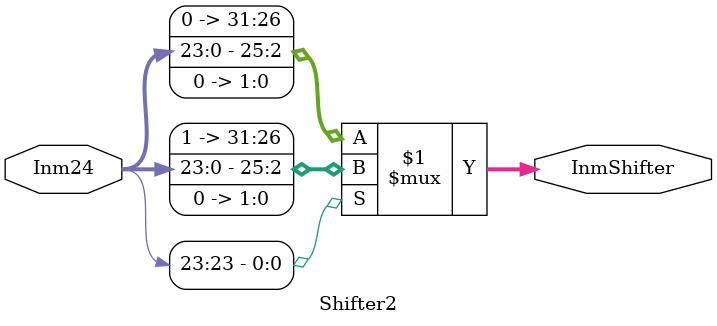
<source format=v>
`timescale 1ns / 1ps
module Shifter2(
	input [23:0]Inm24,
	output [31:0]InmShifter
   );
	
	assign InmShifter = Inm24[23] ? {{6{1'b1}}, Inm24, {2{1'b0}}} : {{6{1'b0}}, Inm24, {2{1'b0}}};

endmodule

</source>
